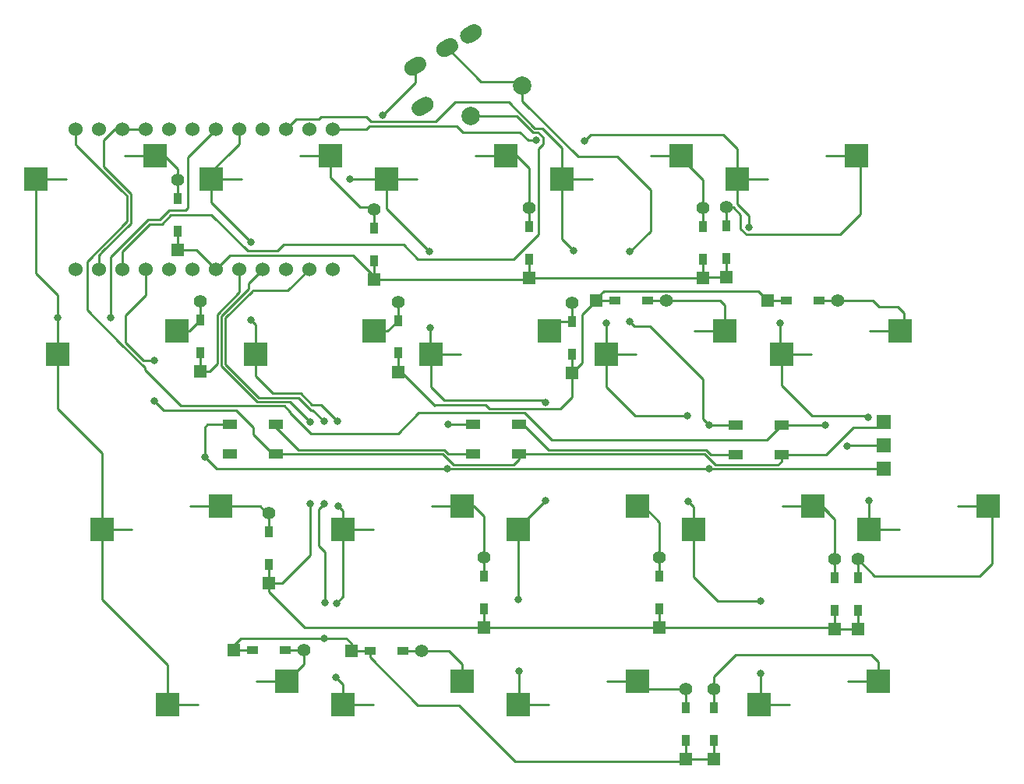
<source format=gbr>
G04 #@! TF.GenerationSoftware,KiCad,Pcbnew,(5.1.6-0-10_14)*
G04 #@! TF.CreationDate,2022-05-03T07:19:32+09:00*
G04 #@! TF.ProjectId,cool936,636f6f6c-3933-4362-9e6b-696361645f70,rev?*
G04 #@! TF.SameCoordinates,Original*
G04 #@! TF.FileFunction,Copper,L2,Bot*
G04 #@! TF.FilePolarity,Positive*
%FSLAX46Y46*%
G04 Gerber Fmt 4.6, Leading zero omitted, Abs format (unit mm)*
G04 Created by KiCad (PCBNEW (5.1.6-0-10_14)) date 2022-05-03 07:19:32*
%MOMM*%
%LPD*%
G01*
G04 APERTURE LIST*
G04 #@! TA.AperFunction,SMDPad,CuDef*
%ADD10R,1.524000X1.524000*%
G04 #@! TD*
G04 #@! TA.AperFunction,SMDPad,CuDef*
%ADD11R,2.550000X2.500000*%
G04 #@! TD*
G04 #@! TA.AperFunction,SMDPad,CuDef*
%ADD12R,1.600000X1.000000*%
G04 #@! TD*
G04 #@! TA.AperFunction,ComponentPad*
%ADD13C,1.397000*%
G04 #@! TD*
G04 #@! TA.AperFunction,ComponentPad*
%ADD14R,1.397000X1.397000*%
G04 #@! TD*
G04 #@! TA.AperFunction,SMDPad,CuDef*
%ADD15R,0.950000X1.300000*%
G04 #@! TD*
G04 #@! TA.AperFunction,SMDPad,CuDef*
%ADD16R,1.300000X0.950000*%
G04 #@! TD*
G04 #@! TA.AperFunction,ComponentPad*
%ADD17C,1.524000*%
G04 #@! TD*
G04 #@! TA.AperFunction,ComponentPad*
%ADD18C,2.000000*%
G04 #@! TD*
G04 #@! TA.AperFunction,ViaPad*
%ADD19C,0.800000*%
G04 #@! TD*
G04 #@! TA.AperFunction,Conductor*
%ADD20C,0.250000*%
G04 #@! TD*
G04 APERTURE END LIST*
D10*
X113580000Y-28970000D03*
X113580000Y-26430000D03*
X113580000Y-23890000D03*
D11*
X100071500Y-54610000D03*
X112998500Y-52070000D03*
X28634000Y-35560000D03*
X41561000Y-33020000D03*
X23871000Y-16510000D03*
X36798000Y-13970000D03*
X73877500Y-54610000D03*
X86804500Y-52070000D03*
X54827500Y-54610000D03*
X67754500Y-52070000D03*
X35777500Y-54610000D03*
X48704500Y-52070000D03*
X111977500Y-35560000D03*
X124904500Y-33020000D03*
X92927500Y-35560000D03*
X105854500Y-33020000D03*
X73877500Y-35560000D03*
X86804500Y-33020000D03*
X54827500Y-35560000D03*
X67754500Y-33020000D03*
X102452500Y-16510000D03*
X115379500Y-13970000D03*
X83402500Y-16510000D03*
X96329500Y-13970000D03*
X64352500Y-16510000D03*
X77279500Y-13970000D03*
X45302500Y-16510000D03*
X58229500Y-13970000D03*
X97690000Y2540000D03*
X110617000Y5080000D03*
X78640000Y2540000D03*
X91567000Y5080000D03*
X59590000Y2540000D03*
X72517000Y5080000D03*
X40540000Y2540000D03*
X53467000Y5080000D03*
X21490000Y2540000D03*
X34417000Y5080000D03*
D12*
X47570000Y-24130000D03*
X47570000Y-27330000D03*
X42570000Y-24130000D03*
X42570000Y-27330000D03*
X73960000Y-24140000D03*
X73960000Y-27340000D03*
X68960000Y-24140000D03*
X68960000Y-27340000D03*
X102450000Y-24190000D03*
X102450000Y-27390000D03*
X97450000Y-24190000D03*
X97450000Y-27390000D03*
D13*
X39350000Y-10710000D03*
D14*
X39350000Y-18330000D03*
D15*
X39350000Y-16295000D03*
X39350000Y-12745000D03*
D13*
X46790000Y-33730000D03*
D14*
X46790000Y-41350000D03*
D15*
X46790000Y-39315000D03*
X46790000Y-35765000D03*
D13*
X95100000Y-52870000D03*
D14*
X95100000Y-60490000D03*
D15*
X95100000Y-58455000D03*
X95100000Y-54905000D03*
D13*
X92090000Y-52870000D03*
D14*
X92090000Y-60490000D03*
D15*
X92090000Y-58455000D03*
X92090000Y-54905000D03*
D13*
X89230000Y-38610000D03*
D14*
X89230000Y-46230000D03*
D15*
X89230000Y-44195000D03*
X89230000Y-40645000D03*
D13*
X108220000Y-38760000D03*
D14*
X108220000Y-46380000D03*
D15*
X108220000Y-44345000D03*
X108220000Y-40795000D03*
X110750000Y-40825000D03*
X110750000Y-44375000D03*
D14*
X110750000Y-46410000D03*
D13*
X110750000Y-38790000D03*
X50590000Y-48660000D03*
D14*
X42970000Y-48660000D03*
D16*
X45005000Y-48660000D03*
X48555000Y-48660000D03*
D13*
X63340000Y-48730000D03*
D14*
X55720000Y-48730000D03*
D16*
X57755000Y-48730000D03*
X61305000Y-48730000D03*
D13*
X36880000Y2470000D03*
D14*
X36880000Y-5150000D03*
D15*
X36880000Y-3115000D03*
X36880000Y435000D03*
D17*
X25772000Y7991400D03*
X28312000Y7991400D03*
X30852000Y7991400D03*
X33392000Y7991400D03*
X35932000Y7991400D03*
X38472000Y7991400D03*
X41012000Y7991400D03*
X43552000Y7991400D03*
X46092000Y7991400D03*
X48632000Y7991400D03*
X51172000Y7991400D03*
X53712000Y7991400D03*
X53712000Y-7228600D03*
X51172000Y-7228600D03*
X48632000Y-7228600D03*
X46092000Y-7228600D03*
X43552000Y-7228600D03*
X41012000Y-7228600D03*
X38472000Y-7228600D03*
X35932000Y-7228600D03*
X33392000Y-7228600D03*
X30852000Y-7228600D03*
X28312000Y-7228600D03*
X25772000Y-7228600D03*
G04 #@! TA.AperFunction,ComponentPad*
G36*
G01*
X69513526Y17822531D02*
X68820706Y17422531D01*
G75*
G02*
X67659584Y17733653I-425000J736122D01*
G01*
X67659584Y17733653D01*
G75*
G02*
X67970706Y18894775I736122J425000D01*
G01*
X68663526Y19294775D01*
G75*
G02*
X69824648Y18983653I425000J-736122D01*
G01*
X69824648Y18983653D01*
G75*
G02*
X69513526Y17822531I-736122J-425000D01*
G01*
G37*
G04 #@! TD.AperFunction*
G04 #@! TA.AperFunction,ComponentPad*
G36*
G01*
X66915450Y16322531D02*
X66222630Y15922531D01*
G75*
G02*
X65061508Y16233653I-425000J736122D01*
G01*
X65061508Y16233653D01*
G75*
G02*
X65372630Y17394775I736122J425000D01*
G01*
X66065450Y17794775D01*
G75*
G02*
X67226572Y17483653I425000J-736122D01*
G01*
X67226572Y17483653D01*
G75*
G02*
X66915450Y16322531I-736122J-425000D01*
G01*
G37*
G04 #@! TD.AperFunction*
G04 #@! TA.AperFunction,ComponentPad*
G36*
G01*
X63451348Y14322531D02*
X62758528Y13922531D01*
G75*
G02*
X61597406Y14233653I-425000J736122D01*
G01*
X61597406Y14233653D01*
G75*
G02*
X61908528Y15394775I736122J425000D01*
G01*
X62601348Y15794775D01*
G75*
G02*
X63762470Y15483653I425000J-736122D01*
G01*
X63762470Y15483653D01*
G75*
G02*
X63451348Y14322531I-736122J-425000D01*
G01*
G37*
G04 #@! TD.AperFunction*
G04 #@! TA.AperFunction,ComponentPad*
G36*
G01*
X64252310Y9935225D02*
X63559490Y9535225D01*
G75*
G02*
X62398368Y9846347I-425000J736122D01*
G01*
X62398368Y9846347D01*
G75*
G02*
X62709490Y11007469I736122J425000D01*
G01*
X63402310Y11407469D01*
G75*
G02*
X64563432Y11096347I425000J-736122D01*
G01*
X64563432Y11096347D01*
G75*
G02*
X64252310Y9935225I-736122J-425000D01*
G01*
G37*
G04 #@! TD.AperFunction*
D18*
X74324583Y12685000D03*
X68695417Y9435000D03*
D13*
X75040000Y-560000D03*
D14*
X75040000Y-8180000D03*
D15*
X75040000Y-6145000D03*
X75040000Y-2595000D03*
D13*
X58200000Y-700000D03*
D14*
X58200000Y-8320000D03*
D15*
X58200000Y-6285000D03*
X58200000Y-2735000D03*
D13*
X96480000Y-500000D03*
D14*
X96480000Y-8120000D03*
D15*
X96480000Y-6085000D03*
X96480000Y-2535000D03*
D13*
X93900000Y-590000D03*
D14*
X93900000Y-8210000D03*
D15*
X93900000Y-6175000D03*
X93900000Y-2625000D03*
D13*
X89960000Y-10620000D03*
D14*
X82340000Y-10620000D03*
D16*
X84375000Y-10620000D03*
X87925000Y-10620000D03*
X106515000Y-10620000D03*
X102965000Y-10620000D03*
D14*
X100930000Y-10620000D03*
D13*
X108550000Y-10620000D03*
X70160000Y-38570000D03*
D14*
X70160000Y-46190000D03*
D15*
X70160000Y-44155000D03*
X70160000Y-40605000D03*
D13*
X79720000Y-10920000D03*
D14*
X79720000Y-18540000D03*
D15*
X79720000Y-16505000D03*
X79720000Y-12955000D03*
D13*
X60810000Y-10770000D03*
D14*
X60810000Y-18390000D03*
D15*
X60810000Y-16355000D03*
X60810000Y-12805000D03*
D19*
X51230000Y-23860000D03*
X51270000Y-32720000D03*
X52870000Y-43480000D03*
X52820000Y-47370000D03*
X52790000Y-23800000D03*
X52790000Y-32720000D03*
X85960000Y-12940000D03*
X85960000Y-5340000D03*
X66210000Y-24140000D03*
X66190000Y-28970000D03*
X94640000Y-24170000D03*
X94640000Y-28970000D03*
X39810000Y-27680000D03*
X59140000Y9550000D03*
X34320000Y-21550000D03*
X34320000Y-17200000D03*
X109590000Y-26480000D03*
X107220000Y-24220000D03*
X23871000Y-12529000D03*
X29600000Y-12530000D03*
X54270000Y-32970000D03*
X54220000Y-23800000D03*
X44840000Y-12780000D03*
X44790000Y-4250000D03*
X54070000Y-51600000D03*
X54130000Y-43540000D03*
X76870000Y-32410000D03*
X64290000Y-13600000D03*
X64220000Y-5290000D03*
X73900000Y-43150000D03*
X73960000Y-50910000D03*
X55590000Y2540000D03*
X76800000Y-21700000D03*
X79900000Y-5250000D03*
X92240000Y-23210000D03*
X92300000Y-32490000D03*
X100240000Y-43320000D03*
X83420000Y-13130000D03*
X100240000Y-51190000D03*
X111940000Y-32410000D03*
X98950000Y-2670000D03*
X102290000Y-13110000D03*
X111920000Y-23310000D03*
X75850000Y6760000D03*
X81040000Y6730000D03*
D20*
X36880000Y2470000D02*
X36880000Y3633000D01*
X36880000Y2230000D02*
X36880000Y195000D01*
X35433000Y5080000D02*
X36195000Y4318000D01*
X34417000Y4693000D02*
X34417000Y5080000D01*
X34417000Y5080000D02*
X35433000Y5080000D01*
X34417000Y5080000D02*
X31115000Y5080000D01*
X36880000Y3633000D02*
X36195000Y4318000D01*
X36880000Y2470000D02*
X36880000Y435000D01*
X53467000Y2723000D02*
X53467000Y5080000D01*
X50165000Y5080000D02*
X53467000Y5080000D01*
X56640000Y-450000D02*
X53467000Y2723000D01*
X56640000Y-450000D02*
X57950000Y-450000D01*
X58200000Y-700000D02*
X58200000Y-2735000D01*
X58200000Y-700000D02*
X58200000Y-510000D01*
X57950000Y-450000D02*
X58200000Y-700000D01*
X75040000Y3750000D02*
X75040000Y-560000D01*
X72517000Y5080000D02*
X73710000Y5080000D01*
X75040000Y-560000D02*
X75040000Y-2595000D01*
X69215000Y5080000D02*
X72517000Y5080000D01*
X73710000Y5080000D02*
X75040000Y3750000D01*
X93900000Y2510000D02*
X91567000Y4843000D01*
X93900000Y-590000D02*
X93900000Y2510000D01*
X93900000Y-2625000D02*
X93900000Y-590000D01*
X91567000Y4843000D02*
X91567000Y5080000D01*
X91567000Y5080000D02*
X88265000Y5080000D01*
X98686998Y-3480000D02*
X108850000Y-3480000D01*
X98040000Y-1340000D02*
X98040000Y-2833002D01*
X96480000Y-500000D02*
X96480000Y-2535000D01*
X96480000Y-500000D02*
X97200000Y-500000D01*
X107315000Y5080000D02*
X110617000Y5080000D01*
X97200000Y-500000D02*
X98040000Y-1340000D01*
X98040000Y-2833002D02*
X98686998Y-3480000D01*
X108850000Y-3480000D02*
X111055001Y-1274999D01*
X111055001Y-1274999D02*
X111055001Y4641999D01*
X111055001Y4641999D02*
X110617000Y5080000D01*
X60810000Y-10770000D02*
X60810000Y-12805000D01*
X59645000Y-13970000D02*
X60810000Y-12805000D01*
X58229500Y-13970000D02*
X59645000Y-13970000D01*
X79720000Y-10920000D02*
X79720000Y-12955000D01*
X78294500Y-12955000D02*
X77279500Y-13970000D01*
X79720000Y-12955000D02*
X78294500Y-12955000D01*
X93027500Y-13970000D02*
X96329500Y-13970000D01*
X96329500Y-11119500D02*
X96329500Y-13970000D01*
X95830000Y-10620000D02*
X96329500Y-11119500D01*
X89960000Y-10620000D02*
X95830000Y-10620000D01*
X87925000Y-10620000D02*
X89960000Y-10620000D01*
X115810000Y-12000000D02*
X115810000Y-13539500D01*
X112077500Y-13970000D02*
X115379500Y-13970000D01*
X106515000Y-10620000D02*
X108550000Y-10620000D01*
X115100000Y-11290000D02*
X115810000Y-12000000D01*
X112380000Y-10620000D02*
X113050000Y-11290000D01*
X108550000Y-10620000D02*
X112380000Y-10620000D01*
X113050000Y-11290000D02*
X115100000Y-11290000D01*
X115810000Y-13539500D02*
X115379500Y-13970000D01*
X70160000Y-38570000D02*
X70160000Y-40605000D01*
X70160000Y-34100000D02*
X70160000Y-38570000D01*
X67754500Y-33020000D02*
X69080000Y-33020000D01*
X64452500Y-33020000D02*
X67754500Y-33020000D01*
X69080000Y-33020000D02*
X70160000Y-34100000D01*
X89230000Y-40645000D02*
X89230000Y-38610000D01*
X89230000Y-38610000D02*
X89230000Y-34770000D01*
X89230000Y-34770000D02*
X87480000Y-33020000D01*
X87480000Y-33020000D02*
X86804500Y-33020000D01*
X108220000Y-40795000D02*
X108220000Y-38760000D01*
X105854500Y-33020000D02*
X106800000Y-33020000D01*
X108220000Y-34440000D02*
X108220000Y-38760000D01*
X106870500Y-33020000D02*
X107632500Y-33782000D01*
X105854500Y-33020000D02*
X106870500Y-33020000D01*
X106800000Y-33020000D02*
X108220000Y-34440000D01*
X102552500Y-33020000D02*
X105854500Y-33020000D01*
X125342501Y-33458001D02*
X124904500Y-33020000D01*
X110750000Y-38790000D02*
X112570000Y-40610000D01*
X110750000Y-38790000D02*
X110750000Y-40825000D01*
X123990000Y-40610000D02*
X125342501Y-39257499D01*
X125342501Y-39257499D02*
X125342501Y-33458001D01*
X112570000Y-40610000D02*
X123990000Y-40610000D01*
X121602500Y-33020000D02*
X124904500Y-33020000D01*
X45402500Y-52070000D02*
X48704500Y-52070000D01*
X50590000Y-50184500D02*
X48704500Y-52070000D01*
X50590000Y-48660000D02*
X50590000Y-50184500D01*
X48555000Y-48660000D02*
X50590000Y-48660000D01*
X61305000Y-48730000D02*
X63340000Y-48730000D01*
X67754500Y-50164500D02*
X66320000Y-48730000D01*
X67754500Y-52070000D02*
X67754500Y-50164500D01*
X63340000Y-48730000D02*
X66320000Y-48730000D01*
X83502500Y-52070000D02*
X86804500Y-52070000D01*
X92090000Y-52870000D02*
X87604500Y-52870000D01*
X92090000Y-54905000D02*
X92090000Y-52870000D01*
X87604500Y-52870000D02*
X86804500Y-52070000D01*
X36798000Y-13970000D02*
X37790000Y-13970000D01*
X39350000Y-10710000D02*
X39350000Y-12745000D01*
X38125000Y-13970000D02*
X39350000Y-12745000D01*
X36798000Y-13970000D02*
X38125000Y-13970000D01*
X45830000Y-33020000D02*
X46540000Y-33730000D01*
X41561000Y-33020000D02*
X45830000Y-33020000D01*
X38259000Y-33020000D02*
X41561000Y-33020000D01*
X46540000Y-33730000D02*
X46790000Y-33730000D01*
X46790000Y-33730000D02*
X46790000Y-35765000D01*
X95100000Y-54905000D02*
X95100000Y-52870000D01*
X95100000Y-51570000D02*
X97480000Y-49190000D01*
X109696500Y-52070000D02*
X112998500Y-52070000D01*
X97480000Y-49190000D02*
X112240000Y-49190000D01*
X95100000Y-52870000D02*
X95100000Y-51570000D01*
X112998500Y-49948500D02*
X112998500Y-52070000D01*
X112240000Y-49190000D02*
X112998500Y-49948500D01*
X93990000Y-8120000D02*
X93900000Y-8210000D01*
X96480000Y-8120000D02*
X93990000Y-8120000D01*
X41092000Y-7758600D02*
X41092000Y-6852000D01*
X58200000Y-8320000D02*
X74900000Y-8320000D01*
X36880000Y-3355000D02*
X36880000Y-5390000D01*
X93690000Y-8210000D02*
X93660000Y-8180000D01*
X58200000Y-6285000D02*
X58200000Y-8320000D01*
X96480000Y-8120000D02*
X96480000Y-6085000D01*
X43390000Y-5740000D02*
X55940000Y-5740000D01*
X75040000Y-8180000D02*
X93660000Y-8180000D01*
X93900000Y-8210000D02*
X93900000Y-6175000D01*
X93900000Y-8210000D02*
X93690000Y-8210000D01*
X74900000Y-8320000D02*
X75040000Y-8180000D01*
X55940000Y-5740000D02*
X58200000Y-8000000D01*
X58200000Y-8000000D02*
X58200000Y-8320000D01*
X42500600Y-5740000D02*
X43020000Y-5740000D01*
X41012000Y-7228600D02*
X42500600Y-5740000D01*
X75040000Y-6145000D02*
X75040000Y-8180000D01*
X41092000Y-6852000D02*
X41108000Y-6852000D01*
X39173400Y-5390000D02*
X39741700Y-5958300D01*
X43020000Y-5740000D02*
X43390000Y-5740000D01*
X36880000Y-5150000D02*
X38933400Y-5150000D01*
X42870600Y-5740000D02*
X43020000Y-5740000D01*
X38933400Y-5150000D02*
X39741700Y-5958300D01*
X39741700Y-5958300D02*
X41012000Y-7228600D01*
X43552000Y-9742190D02*
X41160000Y-12134190D01*
X41160000Y-12134190D02*
X41160000Y-12630000D01*
X43552000Y-7228600D02*
X43552000Y-9742190D01*
X82340000Y-10620000D02*
X84375000Y-10620000D01*
X99906499Y-9596499D02*
X100930000Y-10620000D01*
X82340000Y-10410000D02*
X83153501Y-9596499D01*
X82340000Y-10620000D02*
X80827499Y-12132501D01*
X83153501Y-9596499D02*
X99906499Y-9596499D01*
X100930000Y-10620000D02*
X102965000Y-10620000D01*
X82340000Y-10620000D02*
X82340000Y-10410000D01*
X79720000Y-16505000D02*
X79720000Y-18540000D01*
X79720000Y-18490000D02*
X80827499Y-17382501D01*
X79720000Y-18540000D02*
X79720000Y-18490000D01*
X80827499Y-12132501D02*
X80827499Y-17382501D01*
X60810000Y-16355000D02*
X60810000Y-18390000D01*
X60810000Y-18390000D02*
X61153590Y-18390000D01*
X39350000Y-16295000D02*
X39350000Y-18330000D01*
X40300000Y-18330000D02*
X41160000Y-17470000D01*
X39350000Y-18330000D02*
X40300000Y-18330000D01*
X41160000Y-17470000D02*
X41160000Y-12134190D01*
X64086795Y-21326795D02*
X64790000Y-22030000D01*
X64086795Y-21323205D02*
X64086795Y-21326795D01*
X61153590Y-18390000D02*
X64086795Y-21323205D01*
X78434999Y-22425001D02*
X79720000Y-21140000D01*
X70748591Y-22425001D02*
X78434999Y-22425001D01*
X70351795Y-22028205D02*
X70748591Y-22425001D01*
X64791795Y-22028205D02*
X70351795Y-22028205D01*
X79720000Y-21140000D02*
X79720000Y-18540000D01*
X64086795Y-21323205D02*
X64791795Y-22028205D01*
X43325300Y-10605300D02*
X42925300Y-11005300D01*
X108070000Y-46230000D02*
X108220000Y-46380000D01*
X51270000Y-38300000D02*
X51270000Y-32720000D01*
X46790000Y-41350000D02*
X48220000Y-41350000D01*
X70160000Y-46190000D02*
X89190000Y-46190000D01*
X89230000Y-44195000D02*
X89230000Y-46230000D01*
X44537000Y-8783600D02*
X44537000Y-9393600D01*
X110750000Y-46410000D02*
X108250000Y-46410000D01*
X108250000Y-46410000D02*
X108220000Y-46380000D01*
X46790000Y-39315000D02*
X46790000Y-41350000D01*
X50660000Y-46190000D02*
X70160000Y-46190000D01*
X46790000Y-41350000D02*
X46790000Y-42320000D01*
X44537000Y-9393600D02*
X42925300Y-11005300D01*
X46092000Y-7228600D02*
X44537000Y-8783600D01*
X46790000Y-42320000D02*
X50660000Y-46190000D01*
X70160000Y-44155000D02*
X70160000Y-46190000D01*
X48220000Y-41350000D02*
X51270000Y-38300000D01*
X108220000Y-46380000D02*
X108220000Y-44345000D01*
X110750000Y-44375000D02*
X110750000Y-46410000D01*
X89230000Y-46230000D02*
X108070000Y-46230000D01*
X89190000Y-46190000D02*
X89230000Y-46230000D01*
X41610010Y-12320590D02*
X42925300Y-11005300D01*
X41610010Y-17782830D02*
X41610010Y-12320590D01*
X49044271Y-21654271D02*
X45481451Y-21654271D01*
X50810000Y-23420000D02*
X49044271Y-21654271D01*
X45481451Y-21654271D02*
X41610010Y-17782830D01*
X50810000Y-23440000D02*
X50810000Y-23420000D01*
X51230000Y-23860000D02*
X50810000Y-23440000D01*
X52870000Y-38000000D02*
X52870000Y-43480000D01*
X52190000Y-37320000D02*
X52870000Y-38000000D01*
X91840000Y-60740000D02*
X92090000Y-60490000D01*
X52820000Y-47370000D02*
X55190000Y-47370000D01*
X57755000Y-49455000D02*
X62970000Y-54670000D01*
X55190000Y-47370000D02*
X55720000Y-47900000D01*
X44987010Y-9612990D02*
X42060020Y-12539980D01*
X46270000Y-9580000D02*
X44987010Y-9580000D01*
X46430000Y-9580000D02*
X46270000Y-9580000D01*
X55720000Y-47900000D02*
X55720000Y-48730000D01*
X92090000Y-58455000D02*
X92090000Y-60490000D01*
X52190000Y-33320000D02*
X52190000Y-37320000D01*
X42060020Y-12539980D02*
X42060020Y-17219980D01*
X44852491Y-20388901D02*
X45071795Y-20608205D01*
X55720000Y-48730000D02*
X57755000Y-48730000D01*
X43720000Y-47370000D02*
X52820000Y-47370000D01*
X67440000Y-54670000D02*
X73510000Y-60740000D01*
X42970000Y-48660000D02*
X42970000Y-48120000D01*
X62970000Y-54670000D02*
X67440000Y-54670000D01*
X92090000Y-60490000D02*
X95100000Y-60490000D01*
X73510000Y-60740000D02*
X91840000Y-60740000D01*
X44987010Y-9580000D02*
X44987010Y-9612990D01*
X57755000Y-48730000D02*
X57755000Y-49455000D01*
X45005000Y-48660000D02*
X42970000Y-48660000D01*
X48820600Y-9580000D02*
X46270000Y-9580000D01*
X42060020Y-17596430D02*
X42060020Y-17219980D01*
X95100000Y-60490000D02*
X95100000Y-58455000D01*
X51172000Y-7228600D02*
X48820600Y-9580000D01*
X42970000Y-48120000D02*
X43720000Y-47370000D01*
X52790000Y-32720000D02*
X52190000Y-33320000D01*
X46650600Y-9580000D02*
X46430000Y-9580000D01*
X51540000Y-22550000D02*
X52790000Y-23800000D01*
X45667851Y-21204261D02*
X44601795Y-20138205D01*
X50027851Y-21204261D02*
X45667851Y-21204261D01*
X44601795Y-20138205D02*
X42060020Y-17596430D01*
X45071795Y-20608205D02*
X44601795Y-20138205D01*
X51373590Y-22550000D02*
X50027851Y-21204261D01*
X51540000Y-22550000D02*
X51373590Y-22550000D01*
X28789999Y3959999D02*
X28789999Y6769999D01*
X31810000Y943998D02*
X28793999Y3959999D01*
X31810000Y-2220000D02*
X31810000Y943998D01*
X28690000Y-5340000D02*
X31810000Y-2220000D01*
X28793999Y3959999D02*
X28789999Y3959999D01*
X28789999Y6769999D02*
X30011400Y7991400D01*
X30011400Y7991400D02*
X30852000Y7991400D01*
X30852000Y7991400D02*
X33392000Y7991400D01*
X28392000Y-5638000D02*
X28690000Y-5340000D01*
X28312000Y-7228600D02*
X28312000Y-5718000D01*
X28312000Y-5718000D02*
X28690000Y-5340000D01*
X30295398Y7701400D02*
X30932000Y7701400D01*
X88230000Y-3070000D02*
X85960000Y-5340000D01*
X88230000Y1370000D02*
X88230000Y-3070000D01*
X86479251Y-13459251D02*
X85960000Y-12940000D01*
X88200749Y-13459251D02*
X86479251Y-13459251D01*
X69832693Y13170000D02*
X73839583Y13170000D01*
X80350000Y4990000D02*
X84610000Y4990000D01*
X66144040Y16858653D02*
X69832693Y13170000D01*
X84610000Y4990000D02*
X88230000Y1370000D01*
X74324583Y12685000D02*
X74324583Y11015417D01*
X74324583Y11015417D02*
X80350000Y4990000D01*
X73839583Y13170000D02*
X74324583Y12685000D01*
X40100000Y-24130000D02*
X42570000Y-24130000D01*
X39810000Y-24420000D02*
X40100000Y-24130000D01*
X41100000Y-28970000D02*
X39810000Y-27680000D01*
X39810000Y-27680000D02*
X39810000Y-24420000D01*
X68960000Y-24140000D02*
X67450000Y-24140000D01*
X67450000Y-24140000D02*
X66210000Y-24140000D01*
X66190000Y-28970000D02*
X41100000Y-28970000D01*
X94660000Y-24190000D02*
X94640000Y-24170000D01*
X97450000Y-24190000D02*
X94660000Y-24190000D01*
X94640000Y-28970000D02*
X66190000Y-28970000D01*
X113580000Y-28970000D02*
X94640000Y-28970000D01*
X93950749Y-19209251D02*
X93950749Y-23480749D01*
X93950749Y-23480749D02*
X94640000Y-24170000D01*
X88200749Y-13459251D02*
X93950749Y-19209251D01*
X31170999Y-12259001D02*
X32790000Y-10640000D01*
X33392000Y-10038000D02*
X32790000Y-10640000D01*
X33392000Y-7228600D02*
X33392000Y-10038000D01*
X31170999Y-15196615D02*
X31170999Y-12259001D01*
X62679938Y14858653D02*
X62679938Y13089938D01*
X62679938Y13089938D02*
X59140000Y9550000D01*
X25852000Y6261588D02*
X25986794Y6126794D01*
X25772000Y6341588D02*
X25986794Y6126794D01*
X25986794Y6126794D02*
X30703588Y1410000D01*
X25772000Y7991400D02*
X25772000Y6341588D01*
X30703588Y1410000D02*
X30707588Y1410000D01*
X30720990Y-15383016D02*
X33274901Y-17936927D01*
X30707588Y1410000D02*
X31359990Y757598D01*
X31359990Y757598D02*
X31359990Y-2033600D01*
X27020000Y-6373590D02*
X27020000Y-11670002D01*
X27020000Y-11670002D02*
X30720990Y-15370992D01*
X30720990Y-15370992D02*
X30720990Y-15383016D01*
X31359990Y-2033600D02*
X27020000Y-6373590D01*
X102450000Y-27390000D02*
X107290000Y-27390000D01*
X107290000Y-27390000D02*
X110250000Y-24430000D01*
X113040000Y-24430000D02*
X113580000Y-23890000D01*
X110250000Y-24430000D02*
X113040000Y-24430000D01*
X94083002Y-27340000D02*
X73960000Y-27340000D01*
X95262992Y-28519990D02*
X94083002Y-27340000D01*
X102070010Y-28519990D02*
X95262992Y-28519990D01*
X102450000Y-28140000D02*
X102070010Y-28519990D01*
X102450000Y-27390000D02*
X102450000Y-28140000D01*
X66812992Y-28519990D02*
X65623002Y-27330000D01*
X65623002Y-27330000D02*
X47570000Y-27330000D01*
X73360010Y-28519990D02*
X66812992Y-28519990D01*
X73960000Y-27920000D02*
X73360010Y-28519990D01*
X73960000Y-27340000D02*
X73960000Y-27920000D01*
X47570000Y-27330000D02*
X47220000Y-27330000D01*
X47220000Y-27330000D02*
X45080000Y-25190000D01*
X45080000Y-24440000D02*
X43194291Y-22554291D01*
X45080000Y-25190000D02*
X45080000Y-24440000D01*
X35324291Y-22554291D02*
X34320000Y-21550000D01*
X43194291Y-22554291D02*
X35324291Y-22554291D01*
X34320000Y-17200000D02*
X33174384Y-17200000D01*
X32237192Y-16262808D02*
X31170999Y-15196615D01*
X33174384Y-17200000D02*
X32237192Y-16262808D01*
X94769412Y-27390000D02*
X94269402Y-26889990D01*
X97450000Y-27390000D02*
X94769412Y-27390000D01*
X74410000Y-24140000D02*
X77159990Y-26889990D01*
X73960000Y-24140000D02*
X74410000Y-24140000D01*
X94269402Y-26889990D02*
X77159990Y-26889990D01*
X109640000Y-26430000D02*
X109590000Y-26480000D01*
X113580000Y-26430000D02*
X109640000Y-26430000D01*
X102480000Y-24220000D02*
X102450000Y-24190000D01*
X107220000Y-24220000D02*
X102480000Y-24220000D01*
X102450000Y-24190000D02*
X100860000Y-25780000D01*
X74580013Y-22875011D02*
X63065011Y-22875011D01*
X77485002Y-25780000D02*
X74580013Y-22875011D01*
X100860000Y-25780000D02*
X77485002Y-25780000D01*
X63065011Y-22875011D02*
X60860022Y-25080000D01*
X51376998Y-25080000D02*
X49100000Y-22803002D01*
X60860022Y-25080000D02*
X51376998Y-25080000D01*
X49100000Y-22730000D02*
X48474281Y-22104281D01*
X49100000Y-22803002D02*
X49100000Y-22730000D01*
X37203279Y-22104281D02*
X37684281Y-22104281D01*
X33274901Y-18175903D02*
X37203279Y-22104281D01*
X33274901Y-17936927D02*
X33274901Y-18175903D01*
X48474281Y-22104281D02*
X37684281Y-22104281D01*
X66269412Y-27340000D02*
X65809402Y-26879990D01*
X68960000Y-27340000D02*
X66269412Y-27340000D01*
X65809402Y-26879990D02*
X49969990Y-26879990D01*
X47570000Y-24480000D02*
X47570000Y-24130000D01*
X49969990Y-26879990D02*
X47570000Y-24480000D01*
X29600000Y-12530000D02*
X29600000Y-5903590D01*
X29600000Y-5903590D02*
X33643599Y-1859991D01*
X33643599Y-1859991D02*
X34960009Y-1859991D01*
X34960009Y-1859991D02*
X35960000Y-860000D01*
X35960000Y-860000D02*
X37680000Y-860000D01*
X37680000Y-860000D02*
X37964999Y-575001D01*
X37964999Y-575001D02*
X37964999Y3915001D01*
X37964999Y4574399D02*
X37964999Y3915001D01*
X37964999Y4944399D02*
X37964999Y3915001D01*
X41012000Y7991400D02*
X37964999Y4944399D01*
X23871000Y-10071000D02*
X23871000Y-12529000D01*
X21490000Y-7690000D02*
X23871000Y-10071000D01*
X21490000Y2540000D02*
X21490000Y-7690000D01*
X23871000Y-12529000D02*
X23871000Y-16510000D01*
X28634000Y-43114000D02*
X35777500Y-50257500D01*
X35777500Y-50257500D02*
X35777500Y-54610000D01*
X28634000Y-35560000D02*
X28634000Y-43114000D01*
X23871000Y-22441000D02*
X28634000Y-27204000D01*
X28634000Y-27204000D02*
X28634000Y-35560000D01*
X23871000Y-16510000D02*
X23871000Y-22441000D01*
X35777500Y-54610000D02*
X39052500Y-54610000D01*
X31909000Y-35560000D02*
X28634000Y-35560000D01*
X24765000Y2540000D02*
X21490000Y2540000D01*
X44840000Y-12780000D02*
X45302500Y-13242500D01*
X45302500Y-13242500D02*
X45302500Y-16510000D01*
X54827500Y-54610000D02*
X58102500Y-54610000D01*
X58102500Y-35560000D02*
X54827500Y-35560000D01*
X43815000Y2540000D02*
X40540000Y2540000D01*
X40540000Y2540000D02*
X40540000Y1110000D01*
X44790000Y-4250000D02*
X40540000Y0D01*
X40540000Y0D02*
X40540000Y1110000D01*
X45302500Y-16510000D02*
X45302500Y-18752500D01*
X45302500Y-18821002D02*
X45302500Y-18752500D01*
X40540000Y3400000D02*
X40540000Y2540000D01*
X43552000Y6412000D02*
X42505000Y5365000D01*
X54270000Y-32970000D02*
X54827500Y-33527500D01*
X54827500Y-33527500D02*
X54827500Y-35560000D01*
X42505000Y5365000D02*
X40540000Y3400000D01*
X54827500Y-35560000D02*
X54827500Y-42842500D01*
X54827500Y-42842500D02*
X54130000Y-43540000D01*
X54070000Y-51600000D02*
X54827500Y-52357500D01*
X43552000Y7991400D02*
X43552000Y6412000D01*
X54220000Y-23800000D02*
X52410000Y-21990000D01*
X54827500Y-52357500D02*
X54827500Y-54610000D01*
X52410000Y-21990000D02*
X51450000Y-21990000D01*
X50214251Y-20754251D02*
X47235749Y-20754251D01*
X51450000Y-21990000D02*
X50214251Y-20754251D01*
X47235749Y-20754251D02*
X45302500Y-18821002D01*
X73960000Y-50910000D02*
X73960000Y-54527500D01*
X64290000Y-13600000D02*
X64290000Y-16447500D01*
X73877500Y-35402500D02*
X73877500Y-35560000D01*
X59590000Y2540000D02*
X59590000Y-690000D01*
X59590000Y2540000D02*
X55590000Y2540000D01*
X64352500Y-16510000D02*
X67627500Y-16510000D01*
X73877500Y-35560000D02*
X73877500Y-43127500D01*
X64290000Y-16447500D02*
X64352500Y-16510000D01*
X62865000Y2540000D02*
X59590000Y2540000D01*
X73960000Y-54527500D02*
X73877500Y-54610000D01*
X73877500Y-43127500D02*
X73900000Y-43150000D01*
X64190000Y-5290000D02*
X64220000Y-5290000D01*
X73877500Y-54610000D02*
X77152500Y-54610000D01*
X59590000Y-690000D02*
X64190000Y-5290000D01*
X76870000Y-32410000D02*
X73877500Y-35402500D01*
X64352500Y-20027500D02*
X65805000Y-21480000D01*
X64352500Y-16510000D02*
X64352500Y-20027500D01*
X65805000Y-21480000D02*
X76580000Y-21480000D01*
X76580000Y-21480000D02*
X76800000Y-21700000D01*
X100071500Y-54610000D02*
X103346500Y-54610000D01*
X83420000Y-13130000D02*
X83420000Y-16492500D01*
X86560000Y-23210000D02*
X92240000Y-23210000D01*
X83402500Y-16482500D02*
X83402500Y-16510000D01*
X75640001Y8109999D02*
X76490001Y8109999D01*
X83402500Y-16510000D02*
X86677500Y-16510000D01*
X83420000Y-16492500D02*
X83402500Y-16510000D01*
X57340000Y9320000D02*
X57861001Y8798999D01*
X57861001Y8798999D02*
X64928999Y8798999D01*
X72840000Y10910000D02*
X75640001Y8109999D01*
X67040000Y10910000D02*
X72840000Y10910000D01*
X92927500Y-35560000D02*
X92927500Y-40727500D01*
X83402500Y-16510000D02*
X83402500Y-20052500D01*
X76490001Y8109999D02*
X78640000Y5960000D01*
X81915000Y2540000D02*
X78640000Y2540000D01*
X78640000Y5960000D02*
X78640000Y2540000D01*
X92300000Y-32490000D02*
X92927500Y-33117500D01*
X64928999Y8798999D02*
X67040000Y10910000D01*
X78640000Y2540000D02*
X78640000Y-3990000D01*
X52474190Y9320000D02*
X57340000Y9320000D01*
X92927500Y-33117500D02*
X92927500Y-35560000D01*
X78640000Y-3990000D02*
X79900000Y-5250000D01*
X83402500Y-20052500D02*
X86560000Y-23210000D01*
X92927500Y-40727500D02*
X95520000Y-43320000D01*
X100240000Y-51190000D02*
X100240000Y-54441500D01*
X48632000Y7991400D02*
X49719001Y9078401D01*
X100240000Y-54441500D02*
X100071500Y-54610000D01*
X52367095Y9212905D02*
X52474190Y9320000D01*
X49719001Y9078401D02*
X52232591Y9078401D01*
X52232591Y9078401D02*
X52367095Y9212905D01*
X95520000Y-43320000D02*
X100240000Y-43320000D01*
X98950000Y-2670000D02*
X98950000Y-1380000D01*
X98950000Y-1380000D02*
X97690000Y-120000D01*
X105790000Y-23170000D02*
X111780000Y-23170000D01*
X111780000Y-23170000D02*
X111920000Y-23310000D01*
X81040000Y6730000D02*
X81715001Y7405001D01*
X53712000Y7991400D02*
X57317012Y7991400D01*
X93115001Y7405001D02*
X94684999Y7405001D01*
X74960000Y6760000D02*
X75850000Y6760000D01*
X97690000Y5890000D02*
X96174999Y7405001D01*
X67184016Y8348989D02*
X67873016Y7659989D01*
X57317012Y7991400D02*
X57674601Y8348989D01*
X102452500Y-16510000D02*
X105727500Y-16510000D01*
X97690000Y-120000D02*
X97690000Y840000D01*
X102290000Y-16347500D02*
X102452500Y-16510000D01*
X96174999Y7405001D02*
X93115001Y7405001D01*
X67873016Y7659989D02*
X74060011Y7659989D01*
X100965000Y2540000D02*
X97690000Y2540000D01*
X97690000Y2540000D02*
X97690000Y5890000D01*
X111940000Y-32410000D02*
X111940000Y-35522500D01*
X57674601Y8348989D02*
X67184016Y8348989D01*
X102452500Y-16510000D02*
X102452500Y-19832500D01*
X81715001Y7405001D02*
X93115001Y7405001D01*
X102452500Y-19832500D02*
X105790000Y-23170000D01*
X97690000Y840000D02*
X97690000Y2540000D01*
X102290000Y-13110000D02*
X102290000Y-16347500D01*
X115252500Y-35560000D02*
X111977500Y-35560000D01*
X111940000Y-35522500D02*
X111977500Y-35560000D01*
X74060011Y7659989D02*
X74960000Y6760000D01*
X38699980Y-1320000D02*
X40540000Y-1320000D01*
X36146400Y-1310010D02*
X38689990Y-1310010D01*
X38689990Y-1310010D02*
X38699980Y-1320000D01*
X62970000Y-6120000D02*
X73354998Y-6120000D01*
X76063501Y-226499D02*
X76064999Y-225001D01*
X76023013Y7659989D02*
X75453600Y7659990D01*
X30852000Y-5288000D02*
X31450000Y-4690000D01*
X35146410Y-2310000D02*
X36146400Y-1310010D01*
X40540000Y-1320000D02*
X44450000Y-5230000D01*
X73354998Y-6120000D02*
X76063501Y-3411497D01*
X75453600Y7659990D02*
X73678590Y9435000D01*
X48370000Y-4570000D02*
X61420000Y-4570000D01*
X44450000Y-5230000D02*
X47710000Y-5230000D01*
X76575001Y6411999D02*
X76575001Y7108001D01*
X76064999Y5901997D02*
X76575001Y6411999D01*
X76064999Y-225001D02*
X76064999Y5901997D01*
X30852000Y-7228600D02*
X30852000Y-5288000D01*
X61420000Y-4570000D02*
X62970000Y-6120000D01*
X76063501Y-3411497D02*
X76063501Y-226499D01*
X33830000Y-2310000D02*
X35146410Y-2310000D01*
X31450000Y-4690000D02*
X33830000Y-2310000D01*
X76575001Y7108001D02*
X76023013Y7659989D01*
X73678590Y9435000D02*
X68695417Y9435000D01*
X47710000Y-5230000D02*
X48370000Y-4570000D01*
X30932000Y-5208000D02*
X31450000Y-4690000D01*
M02*

</source>
